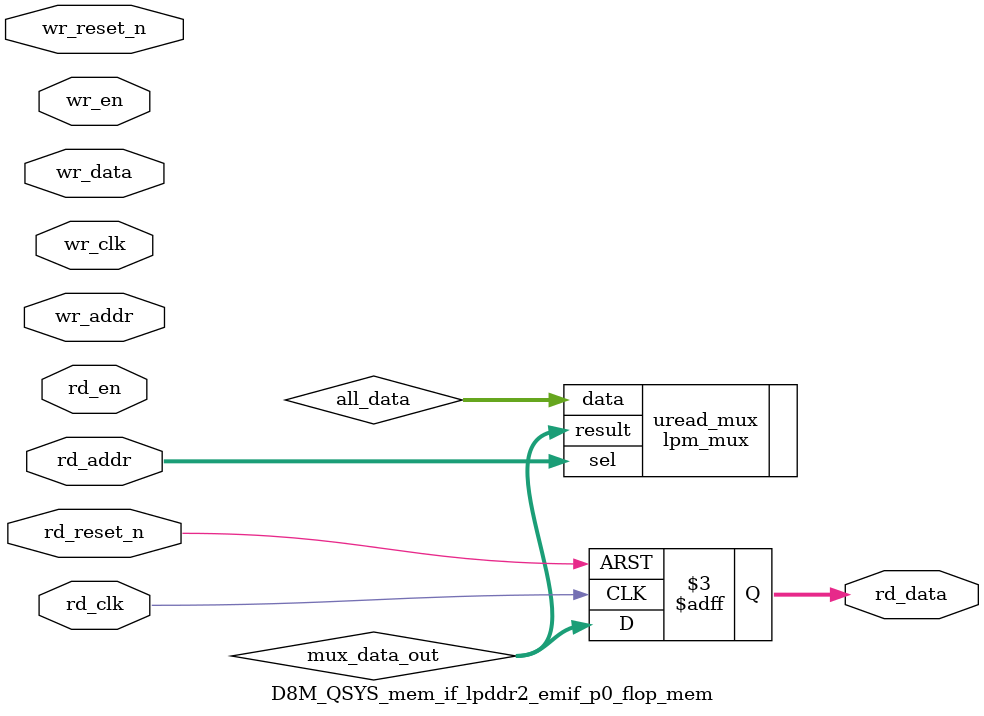
<source format=v>



`timescale 1 ps / 1 ps

(* altera_attribute = "-name ALLOW_SYNCH_CTRL_USAGE ON;-name AUTO_CLOCK_ENABLE_RECOGNITION ON" *)
module D8M_QSYS_mem_if_lpddr2_emif_p0_flop_mem(
	wr_reset_n,
	wr_clk,
	wr_en,
	wr_addr,
	wr_data,
	rd_reset_n,
	rd_clk,
	rd_en,
	rd_addr,
	rd_data
);

parameter WRITE_MEM_DEPTH	= "";
parameter WRITE_ADDR_WIDTH	= "";
parameter WRITE_DATA_WIDTH	= "";
parameter READ_MEM_DEPTH	= "";
parameter READ_ADDR_WIDTH	= "";		 
parameter READ_DATA_WIDTH	= "";


input	wr_reset_n;
input	wr_clk;
input	wr_en;
input	[WRITE_ADDR_WIDTH-1:0] wr_addr;
input	[WRITE_DATA_WIDTH-1:0] wr_data;
input	rd_reset_n;
input	rd_clk;
input	rd_en;
input	[READ_ADDR_WIDTH-1:0] rd_addr;
output	[READ_DATA_WIDTH-1:0] rd_data;



wire	[WRITE_DATA_WIDTH*WRITE_MEM_DEPTH-1:0] all_data;
wire	[READ_DATA_WIDTH-1:0] mux_data_out;



// declare a memory with WRITE_MEM_DEPTH entries
// each entry contains a data size of WRITE_DATA_WIDTH
reg	[WRITE_DATA_WIDTH-1:0] data_stored [0:WRITE_MEM_DEPTH-1] /* synthesis syn_preserve = 1 */;
reg	[READ_DATA_WIDTH-1:0] rd_data;

generate
genvar entry;
	for (entry=0; entry < WRITE_MEM_DEPTH; entry=entry+1)
	begin: mem_location
		assign all_data[(WRITE_DATA_WIDTH*(entry+1)-1) : (WRITE_DATA_WIDTH*entry)] = data_stored[entry]; 
		
		always @(posedge wr_clk or negedge wr_reset_n)
		begin
			if (~wr_reset_n) begin
				data_stored[entry] <= {WRITE_DATA_WIDTH{1'b0}};
			end else begin
				if (wr_en) begin
					if (entry == wr_addr) begin
						data_stored[entry] <= wr_data;
					end
				end
			end
		end		
	end
endgenerate

// mux to select the correct output data based on read address
lpm_mux	uread_mux(
	.sel (rd_addr),
	.data (all_data),
	.result (mux_data_out)
	// synopsys translate_off
	,
	.aclr (),
	.clken (),
	.clock ()
	// synopsys translate_on
	);
 defparam uread_mux.lpm_size = READ_MEM_DEPTH;
 defparam uread_mux.lpm_type = "LPM_MUX";
 defparam uread_mux.lpm_width = READ_DATA_WIDTH;
 defparam uread_mux.lpm_widths = READ_ADDR_WIDTH;

always @(posedge rd_clk or negedge rd_reset_n)	
begin
	if (~rd_reset_n) begin
		rd_data <= {READ_DATA_WIDTH{1'b0}};
	end else begin
		rd_data <= mux_data_out;
	end
end

endmodule

</source>
